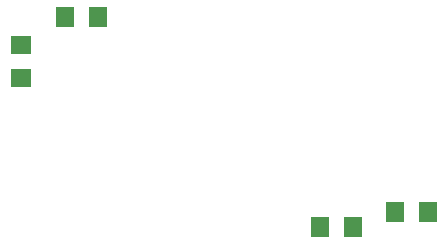
<source format=gbr>
G04 EAGLE Gerber RS-274X export*
G75*
%MOMM*%
%FSLAX34Y34*%
%LPD*%
%INSolderpaste Bottom*%
%IPPOS*%
%AMOC8*
5,1,8,0,0,1.08239X$1,22.5*%
G01*
%ADD10R,1.600000X1.800000*%
%ADD11R,1.800000X1.600000*%


D10*
X712500Y596900D03*
X684500Y596900D03*
D11*
X647700Y572800D03*
X647700Y544800D03*
D10*
X963900Y431800D03*
X991900Y431800D03*
X928400Y419100D03*
X900400Y419100D03*
M02*

</source>
